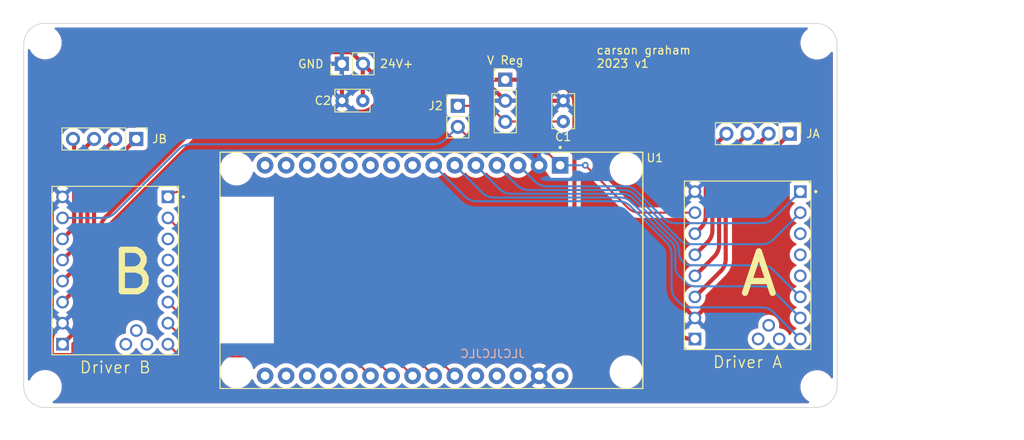
<source format=kicad_pcb>
(kicad_pcb (version 20211014) (generator pcbnew)
  (layers (0 "F.Cu" signal) (31 "B.Cu" signal) (34 "B.Paste" user) (35 "F.Paste" user) (36 "B.SilkS" user "B.Silkscreen") (37 "F.SilkS" user "F.Silkscreen") (38 "B.Mask" user) (39 "F.Mask" user) (44 "Edge.Cuts" user))
  (net 0 "")
  (net 1 "+3V3")
  (net 2 "GND")
  (net 15 "+24V")
  (net 16 "Net-(U2-Pad3)")
  (net 17 "DIR_A")
  (net 18 "STEP_A")
  (net 19 "MS2_A")
  (net 20 "MS1_A")
  (net 21 "EN_A")
  (net 22 "DIR_B")
  (net 23 "STEP_B")
  (net 24 "MS2_B")
  (net 25 "MS1_B")
  (net 26 "EN_B")
  (net 42 "Net-(JB1-Pad1)")
  (net 43 "Net-(UA_0-PadJP2_6)")
  (net 44 "Net-(UA_0-PadJP2_5)")
  (net 45 "Net-(UB_0-PadJP2_5)")
  (net 46 "Net-(UB_0-PadJP2_6)")
  (net 47 "Net-(UB_0-PadJP2_4)")
  (net 48 "Net-(UA_0-PadJP2_3)")
  (net 49 "Net-(UA_0-PadJP2_4)")
  (footprint "kicad_lib:MODULE_TMC2208_SILENTSTEPSTICK" (layer "F.Cu") (at 207.391 99.441)
    (fp_text reference "Driver A" (at 0 11.684) (layer "F.SilkS") (effects (font (size 1.4 1.4))))
    (fp_text value "TMC2208_SILENTSTEPSTICK")
    (fp_line (start 7.62 -10.16) (end -7.62 -10.16) (layer "F.SilkS") (width 0.127))
    (fp_line (start 7.62 10.16) (end 7.62 -10.16) (layer "F.SilkS") (width 0.127))
    (fp_line (start -7.62 -10.16) (end -7.62 10.16) (layer "F.SilkS") (width 0.127))
    (fp_line (start -7.62 10.16) (end 7.62 10.16) (layer "F.SilkS") (width 0.127))
    (fp_circle (center 8.21 -8.89) (end 8.31 -8.89) (layer "F.SilkS") (width 0.2) (fill none))
    (pad "JP1_1" thru_hole rect locked (at 6.35 -8.89) (size 1.524 1.524) (drill 1.016) (layers *.Cu *.Mask) (net 17 "DIR_A"))
    (pad "JP1_2" thru_hole circle locked (at 6.35 -6.35) (size 1.524 1.524) (drill 1.016) (layers *.Cu *.Mask) (net 18 "STEP_A"))
    (pad "JP1_3" thru_hole circle locked (at 6.35 -3.81) (size 1.524 1.524) (drill 1.016) (layers *.Cu *.Mask))
    (pad "JP1_4" thru_hole circle locked (at 6.35 -1.27) (size 1.524 1.524) (drill 1.016) (layers *.Cu *.Mask))
    (pad "JP1_5" thru_hole circle locked (at 6.35 1.27) (size 1.524 1.524) (drill 1.016) (layers *.Cu *.Mask))
    (pad "JP1_6" thru_hole circle locked (at 6.35 3.81) (size 1.524 1.524) (drill 1.016) (layers *.Cu *.Mask) (net 19 "MS2_A"))
    (pad "JP1_7" thru_hole circle locked (at 6.35 6.35) (size 1.524 1.524) (drill 1.016) (layers *.Cu *.Mask) (net 20 "MS1_A"))
    (pad "JP1_8" thru_hole circle locked (at 6.35 8.89) (size 1.524 1.524) (drill 1.016) (layers *.Cu *.Mask) (net 21 "EN_A"))
    (pad "JP2_1" thru_hole rect locked (at -6.35 8.89) (size 1.524 1.524) (drill 1.016) (layers *.Cu *.Mask) (net 15 "+24V"))
    (pad "JP2_2" thru_hole circle locked (at -6.35 6.35) (size 1.524 1.524) (drill 1.016) (layers *.Cu *.Mask) (net 2 "GND"))
    (pad "JP2_3" thru_hole circle locked (at -6.35 3.81) (size 1.524 1.524) (drill 1.016) (layers *.Cu *.Mask) (net 48 "Net-(UA_0-PadJP2_3)"))
    (pad "JP2_4" thru_hole circle locked (at -6.35 1.27) (size 1.524 1.524) (drill 1.016) (layers *.Cu *.Mask) (net 49 "Net-(UA_0-PadJP2_4)"))
    (pad "JP2_5" thru_hole circle locked (at -6.35 -1.27) (size 1.524 1.524) (drill 1.016) (layers *.Cu *.Mask) (net 44 "Net-(UA_0-PadJP2_5)"))
    (pad "JP2_6" thru_hole circle locked (at -6.35 -3.81) (size 1.524 1.524) (drill 1.016) (layers *.Cu *.Mask) (net 43 "Net-(UA_0-PadJP2_6)"))
    (pad "JP2_7" thru_hole circle locked (at -6.35 -6.35) (size 1.524 1.524) (drill 1.016) (layers *.Cu *.Mask) (net 1 "+3V3"))
    (pad "JP2_8" thru_hole circle locked (at -6.35 -8.89) (size 1.524 1.524) (drill 1.016) (layers *.Cu *.Mask) (net 2 "GND"))
    (pad "JP3_1" thru_hole circle locked (at 1.27 8.89) (size 1.524 1.524) (drill 1.016) (layers *.Cu *.Mask))
    (pad "JP3_2" thru_hole circle locked (at 3.81 8.89) (size 1.524 1.524) (drill 1.016) (layers *.Cu *.Mask))
    (pad "VREF" thru_hole circle locked (at 2.54 7.239) (size 1.524 1.524) (drill 1.016) (layers *.Cu *.Mask))
  )
  (footprint "Capacitor_THT:C_Rect_L4.0mm_W2.5mm_P2.50mm" (layer "F.Cu") (at 161.0235 79.576 180)
    (fp_text reference "C2" (at 4.8135 0) (layer "F.SilkS"))
    (fp_text value "22uF")
    (fp_line (start -0.87 -1.37) (end 3.37 -1.37) (layer "F.SilkS") (width 0.12))
    (fp_line (start 3.37 -1.37) (end 3.37 -0.665) (layer "F.SilkS") (width 0.12))
    (fp_line (start -0.87 -1.37) (end -0.87 -0.665) (layer "F.SilkS") (width 0.12))
    (fp_line (start -0.87 0.665) (end -0.87 1.37) (layer "F.SilkS") (width 0.12))
    (fp_line (start 3.37 0.665) (end 3.37 1.37) (layer "F.SilkS") (width 0.12))
    (fp_line (start -0.87 1.37) (end 3.37 1.37) (layer "F.SilkS") (width 0.12))
    (pad "1" thru_hole circle (at 0 0 180) (size 1.6 1.6) (drill 0.8) (layers *.Cu *.Mask) (net 15 "+24V"))
    (pad "2" thru_hole circle (at 2.5 0 180) (size 1.6 1.6) (drill 0.8) (layers *.Cu *.Mask) (net 2 "GND"))
  )
  (footprint "" (layer "F.Cu") (at 215.765 72.615)
    (fp_text reference "" (at 0 0) (layer "F.SilkS") (effects (font (size 1.27 1.27))))
    (fp_text value "" (at 0 0) (layer "F.SilkS") (effects (font (size 1.27 1.27))))
    (pad "" np_thru_hole circle locked (at 0 0 270) (size 3 3) (drill 3) (layers F&B.Cu *.Mask))
  )
  (footprint "Connector_PinHeader_2.54mm:PinHeader_1x04_P2.54mm_Vertical" (layer "F.Cu") (at 133.721 84.201 -90)
    (fp_text reference "JB" (at 0 -2.804 180) (layer "F.SilkS"))
    (fp_text value "Conn_01x04")
    (fp_line (start -1.33 1.27) (end 1.33 1.27) (layer "F.SilkS") (width 0.12))
    (fp_line (start -1.33 1.27) (end -1.33 8.95) (layer "F.SilkS") (width 0.12))
    (fp_line (start -1.33 8.95) (end 1.33 8.95) (layer "F.SilkS") (width 0.12))
    (fp_line (start -1.33 -1.33) (end 0 -1.33) (layer "F.SilkS") (width 0.12))
    (fp_line (start -1.33 0) (end -1.33 -1.33) (layer "F.SilkS") (width 0.12))
    (fp_line (start 1.33 1.27) (end 1.33 8.95) (layer "F.SilkS") (width 0.12))
    (pad "1" thru_hole rect (at 0 0 270) (size 1.7 1.7) (drill 1) (layers *.Cu *.Mask) (net 42 "Net-(JB1-Pad1)"))
    (pad "2" thru_hole oval (at 0 2.54 270) (size 1.7 1.7) (drill 1) (layers *.Cu *.Mask) (net 47 "Net-(UB_0-PadJP2_4)"))
    (pad "3" thru_hole oval (at 0 5.08 270) (size 1.7 1.7) (drill 1) (layers *.Cu *.Mask) (net 45 "Net-(UB_0-PadJP2_5)"))
    (pad "4" thru_hole oval (at 0 7.62 270) (size 1.7 1.7) (drill 1) (layers *.Cu *.Mask) (net 46 "Net-(UB_0-PadJP2_6)"))
  )
  (footprint "Connector_PinHeader_2.54mm:PinHeader_1x02_P2.54mm_Vertical" (layer "F.Cu") (at 158.5035 75.131 90)
    (fp_text reference "24V+" (at 0 6.5965 180) (layer "F.SilkS"))
    (fp_text value "Conn_01x02")
    (fp_line (start 1.33 1.27) (end 1.33 3.87) (layer "F.SilkS") (width 0.12))
    (fp_line (start -1.33 -1.33) (end 0 -1.33) (layer "F.SilkS") (width 0.12))
    (fp_line (start -1.33 0) (end -1.33 -1.33) (layer "F.SilkS") (width 0.12))
    (fp_line (start -1.33 1.27) (end 1.33 1.27) (layer "F.SilkS") (width 0.12))
    (fp_line (start -1.33 3.87) (end 1.33 3.87) (layer "F.SilkS") (width 0.12))
    (fp_line (start -1.33 1.27) (end -1.33 3.87) (layer "F.SilkS") (width 0.12))
    (pad "1" thru_hole rect (at 0 0 90) (size 1.7 1.7) (drill 1) (layers *.Cu *.Mask) (net 2 "GND"))
    (pad "2" thru_hole oval (at 0 2.54 90) (size 1.7 1.7) (drill 1) (layers *.Cu *.Mask) (net 15 "+24V"))
  )
  (footprint "Connector_PinHeader_2.54mm:PinHeader_1x02_P2.54mm_Vertical" (layer "F.Cu") (at 172.4735 80.206)
    (fp_text reference "J2" (at -2.6745 0) (layer "F.SilkS"))
    (fp_text value "Jumper_2_Open")
    (fp_line (start 1.33 1.27) (end 1.33 3.87) (layer "F.SilkS") (width 0.12))
    (fp_line (start -1.33 0) (end -1.33 -1.33) (layer "F.SilkS") (width 0.12))
    (fp_line (start -1.33 1.27) (end -1.33 3.87) (layer "F.SilkS") (width 0.12))
    (fp_line (start -1.33 -1.33) (end 0 -1.33) (layer "F.SilkS") (width 0.12))
    (fp_line (start -1.33 1.27) (end 1.33 1.27) (layer "F.SilkS") (width 0.12))
    (fp_line (start -1.33 3.87) (end 1.33 3.87) (layer "F.SilkS") (width 0.12))
    (pad "1" thru_hole rect (at 0 0) (size 1.7 1.7) (drill 1) (layers *.Cu *.Mask) (net 16 "Net-(U2-Pad3)"))
    (pad "2" thru_hole oval (at 0 2.54) (size 1.7 1.7) (drill 1) (layers *.Cu *.Mask) (net 1 "+3V3"))
  )
  (footprint "" (layer "F.Cu") (at 215.755 114.105)
    (fp_text reference "" (at 0 0) (layer "F.SilkS") (effects (font (size 1.27 1.27))))
    (fp_text value "" (at 0 0) (layer "F.SilkS") (effects (font (size 1.27 1.27))))
    (pad "" np_thru_hole circle locked (at 0 0 270) (size 3 3) (drill 3) (layers F&B.Cu *.Mask))
  )
  (footprint "Connector_PinHeader_2.54mm:PinHeader_1x03_P2.54mm_Vertical" (layer "F.Cu") (at 178.1885 77.051)
    (fp_text reference "V Reg" (at 0 -2.33) (layer "F.SilkS"))
    (fp_text value "Conn_01x03")
    (fp_line (start 1.33 1.27) (end 1.33 6.41) (layer "F.SilkS") (width 0.12))
    (fp_line (start -1.33 0) (end -1.33 -1.33) (layer "F.SilkS") (width 0.12))
    (fp_line (start -1.33 1.27) (end 1.33 1.27) (layer "F.SilkS") (width 0.12))
    (fp_line (start -1.33 -1.33) (end 0 -1.33) (layer "F.SilkS") (width 0.12))
    (fp_line (start -1.33 6.41) (end 1.33 6.41) (layer "F.SilkS") (width 0.12))
    (fp_line (start -1.33 1.27) (end -1.33 6.41) (layer "F.SilkS") (width 0.12))
    (pad "1" thru_hole rect (at 0 0) (size 1.7 1.7) (drill 1) (layers *.Cu *.Mask) (net 15 "+24V"))
    (pad "2" thru_hole oval (at 0 2.54) (size 1.7 1.7) (drill 1) (layers *.Cu *.Mask) (net 2 "GND"))
    (pad "3" thru_hole oval (at 0 5.08) (size 1.7 1.7) (drill 1) (layers *.Cu *.Mask) (net 16 "Net-(U2-Pad3)"))
  )
  (footprint "" (layer "F.Cu") (at 122.735 72.595)
    (fp_text reference "" (at 0 0) (layer "F.SilkS") (effects (font (size 1.27 1.27))))
    (fp_text value "" (at 0 0) (layer "F.SilkS") (effects (font (size 1.27 1.27))))
    (pad "" np_thru_hole circle locked (at 0 0 270) (size 3 3) (drill 3) (layers F&B.Cu *.Mask))
  )
  (footprint "kicad_lib:MODULE_TMC2208_SILENTSTEPSTICK" (layer "F.Cu") (at 131.191 100.076)
    (fp_text reference "Driver B" (at 0 11.684) (layer "F.SilkS") (effects (font (size 1.4 1.4))))
    (fp_text value "TMC2208_SILENTSTEPSTICK")
    (fp_line (start -7.62 -10.16) (end -7.62 10.16) (layer "F.SilkS") (width 0.127))
    (fp_line (start 7.62 -10.16) (end -7.62 -10.16) (layer "F.SilkS") (width 0.127))
    (fp_line (start -7.62 10.16) (end 7.62 10.16) (layer "F.SilkS") (width 0.127))
    (fp_line (start 7.62 10.16) (end 7.62 -10.16) (layer "F.SilkS") (width 0.127))
    (fp_circle (center 8.21 -8.89) (end 8.31 -8.89) (layer "F.SilkS") (width 0.2) (fill none))
    (pad "JP1_1" thru_hole rect locked (at 6.35 -8.89) (size 1.524 1.524) (drill 1.016) (layers *.Cu *.Mask) (net 22 "DIR_B"))
    (pad "JP1_2" thru_hole circle locked (at 6.35 -6.35) (size 1.524 1.524) (drill 1.016) (layers *.Cu *.Mask) (net 23 "STEP_B"))
    (pad "JP1_3" thru_hole circle locked (at 6.35 -3.81) (size 1.524 1.524) (drill 1.016) (layers *.Cu *.Mask))
    (pad "JP1_4" thru_hole circle locked (at 6.35 -1.27) (size 1.524 1.524) (drill 1.016) (layers *.Cu *.Mask))
    (pad "JP1_5" thru_hole circle locked (at 6.35 1.27) (size 1.524 1.524) (drill 1.016) (layers *.Cu *.Mask))
    (pad "JP1_6" thru_hole circle locked (at 6.35 3.81) (size 1.524 1.524) (drill 1.016) (layers *.Cu *.Mask) (net 24 "MS2_B"))
    (pad "JP1_7" thru_hole circle locked (at 6.35 6.35) (size 1.524 1.524) (drill 1.016) (layers *.Cu *.Mask) (net 25 "MS1_B"))
    (pad "JP1_8" thru_hole circle locked (at 6.35 8.89) (size 1.524 1.524) (drill 1.016) (layers *.Cu *.Mask) (net 26 "EN_B"))
    (pad "JP2_1" thru_hole rect locked (at -6.35 8.89) (size 1.524 1.524) (drill 1.016) (layers *.Cu *.Mask) (net 15 "+24V"))
    (pad "JP2_2" thru_hole circle locked (at -6.35 6.35) (size 1.524 1.524) (drill 1.016) (layers *.Cu *.Mask) (net 2 "GND"))
    (pad "JP2_3" thru_hole circle locked (at -6.35 3.81) (size 1.524 1.524) (drill 1.016) (layers *.Cu *.Mask) (net 42 "Net-(JB1-Pad1)"))
    (pad "JP2_4" thru_hole circle locked (at -6.35 1.27) (size 1.524 1.524) (drill 1.016) (layers *.Cu *.Mask) (net 47 "Net-(UB_0-PadJP2_4)"))
    (pad "JP2_5" thru_hole circle locked (at -6.35 -1.27) (size 1.524 1.524) (drill 1.016) (layers *.Cu *.Mask) (net 45 "Net-(UB_0-PadJP2_5)"))
    (pad "JP2_6" thru_hole circle locked (at -6.35 -3.81) (size 1.524 1.524) (drill 1.016) (layers *.Cu *.Mask) (net 46 "Net-(UB_0-PadJP2_6)"))
    (pad "JP2_7" thru_hole circle locked (at -6.35 -6.35) (size 1.524 1.524) (drill 1.016) (layers *.Cu *.Mask) (net 1 "+3V3"))
    (pad "JP2_8" thru_hole circle locked (at -6.35 -8.89) (size 1.524 1.524) (drill 1.016) (layers *.Cu *.Mask) (net 2 "GND"))
    (pad "JP3_1" thru_hole circle locked (at 1.27 8.89) (size 1.524 1.524) (drill 1.016) (layers *.Cu *.Mask))
    (pad "JP3_2" thru_hole circle locked (at 3.81 8.89) (size 1.524 1.524) (drill 1.016) (layers *.Cu *.Mask))
    (pad "VREF" thru_hole circle locked (at 2.54 7.239) (size 1.524 1.524) (drill 1.016) (layers *.Cu *.Mask))
  )
  (footprint "Connector_PinHeader_2.54mm:PinHeader_1x04_P2.54mm_Vertical" (layer "F.Cu") (at 212.461 83.566 -90)
    (fp_text reference "JA" (at 0 -2.804 180) (layer "F.SilkS"))
    (fp_text value "Conn_01x04")
    (fp_line (start -1.33 -1.33) (end 0 -1.33) (layer "F.SilkS") (width 0.12))
    (fp_line (start -1.33 8.95) (end 1.33 8.95) (layer "F.SilkS") (width 0.12))
    (fp_line (start -1.33 0) (end -1.33 -1.33) (layer "F.SilkS") (width 0.12))
    (fp_line (start -1.33 1.27) (end 1.33 1.27) (layer "F.SilkS") (width 0.12))
    (fp_line (start 1.33 1.27) (end 1.33 8.95) (layer "F.SilkS") (width 0.12))
    (fp_line (start -1.33 1.27) (end -1.33 8.95) (layer "F.SilkS") (width 0.12))
    (pad "1" thru_hole rect (at 0 0 270) (size 1.7 1.7) (drill 1) (layers *.Cu *.Mask) (net 48 "Net-(UA_0-PadJP2_3)"))
    (pad "2" thru_hole oval (at 0 2.54 270) (size 1.7 1.7) (drill 1) (layers *.Cu *.Mask) (net 49 "Net-(UA_0-PadJP2_4)"))
    (pad "3" thru_hole oval (at 0 5.08 270) (size 1.7 1.7) (drill 1) (layers *.Cu *.Mask) (net 44 "Net-(UA_0-PadJP2_5)"))
    (pad "4" thru_hole oval (at 0 7.62 270) (size 1.7 1.7) (drill 1) (layers *.Cu *.Mask) (net 43 "Net-(UA_0-PadJP2_6)"))
  )
  (footprint "kicad_lib:MODULE_ESP32_DEVKIT_V1" (layer "F.Cu") (at 169.291 100.076 -90)
    (fp_text reference "U1" (at -13.589 -26.924 180) (layer "F.SilkS"))
    (fp_text value "ESP32-DEVKIT-V1")
    (fp_line (start -3.211 -25.475) (end 3.5 -25.475) (layer "F.SilkS") (width 0.127))
    (fp_line (start 14.23 -25.475) (end 14.23 25.475) (layer "F.SilkS") (width 0.127))
    (fp_line (start -14.28 -25.475) (end -3.211 -25.475) (layer "F.SilkS") (width 0.127))
    (fp_line (start -14.28 25.475) (end -14.28 -25.475) (layer "F.SilkS") (width 0.127))
    (fp_line (start -14.28 -25.475) (end 14.23 -25.475) (layer "F.SilkS") (width 0.127))
    (fp_line (start -14.28 25.475) (end -14.28 -25.475) (layer "F.SilkS") (width 0.127))
    (fp_line (start 14.23 25.475) (end -14.28 25.475) (layer "F.SilkS") (width 0.127))
    (fp_line (start 14.23 -25.475) (end 14.23 25.475) (layer "F.SilkS") (width 0.127))
    (fp_line (start -8.91 25.475) (end 8.78 25.475) (layer "F.SilkS") (width 0.127))
    (fp_line (start 8.78 25.475) (end 14.23 25.475) (layer "F.SilkS") (width 0.127))
    (fp_line (start -14.28 25.475) (end -8.91 25.475) (layer "F.SilkS") (width 0.127))
    (fp_line (start 3.5 -25.475) (end 14.23 -25.475) (layer "F.SilkS") (width 0.127))
    (fp_circle (center -14.85 -15.515) (end -14.75 -15.515) (layer "F.SilkS") (width 0.2) (fill none))
    (pad "" np_thru_hole circle locked (at 12.23 -23.475 270) (size 3 3) (drill 3) (layers *.Cu *.Mask))
    (pad "" np_thru_hole circle locked (at -12.28 23.475 270) (size 3 3) (drill 3) (layers *.Cu *.Mask))
    (pad "" np_thru_hole circle locked (at 12.23 23.475 270) (size 3 3) (drill 3) (layers *.Cu *.Mask))
    (pad "" np_thru_hole circle locked (at -12.28 -23.475 270) (size 3 3) (drill 3) (layers *.Cu *.Mask))
    (pad "1" thru_hole rect locked (at -12.7 -15.515 270) (size 2 2) (drill 1.02) (layers *.Cu *.Mask) (net 1 "+3V3"))
    (pad "2" thru_hole circle locked (at -12.7 -12.975 270) (size 2 2) (drill 1.02) (layers *.Cu *.Mask) (net 2 "GND"))
    (pad "3" thru_hole circle locked (at -12.7 -10.435 270) (size 2 2) (drill 1.02) (layers *.Cu *.Mask) (net 17 "DIR_A"))
    (pad "4" thru_hole circle locked (at -12.7 -7.895 270) (size 2 2) (drill 1.02) (layers *.Cu *.Mask) (net 18 "STEP_A"))
    (pad "5" thru_hole circle locked (at -12.7 -5.355 270) (size 2 2) (drill 1.02) (layers *.Cu *.Mask) (net 19 "MS2_A"))
    (pad "6" thru_hole circle locked (at -12.7 -2.815 270) (size 2 2) (drill 1.02) (layers *.Cu *.Mask) (net 20 "MS1_A"))
    (pad "7" thru_hole circle locked (at -12.7 -0.275 270) (size 2 2) (drill 1.02) (layers *.Cu *.Mask) (net 21 "EN_A"))
    (pad "8" thru_hole circle locked (at -12.7 2.265 270) (size 2 2) (drill 1.02) (layers *.Cu *.Mask))
    (pad "9" thru_hole circle locked (at -12.7 4.805 270) (size 2 2) (drill 1.02) (layers *.Cu *.Mask))
    (pad "10" thru_hole circle locked (at -12.7 7.345 270) (size 2 2) (drill 1.02) (layers *.Cu *.Mask))
    (pad "11" thru_hole circle locked (at -12.7 9.885 270) (size 2 2) (drill 1.02) (layers *.Cu *.Mask))
    (pad "12" thru_hole circle locked (at -12.7 12.425 270) (size 2 2) (drill 1.02) (layers *.Cu *.Mask))
    (pad "13" thru_hole circle locked (at -12.7 14.965 270) (size 2 2) (drill 1.02) (layers *.Cu *.Mask))
    (pad "14" thru_hole circle locked (at -12.7 17.505 270) (size 2 2) (drill 1.02) (layers *.Cu *.Mask))
    (pad "15" thru_hole circle locked (at -12.7 20.045 270) (size 2 2) (drill 1.02) (layers *.Cu *.Mask))
    (pad "16" thru_hole circle locked (at 12.7 20.045 270) (size 2 2) (drill 1.02) (layers *.Cu *.Mask))
    (pad "17" thru_hole circle locked (at 12.7 17.505 270) (size 2 2) (drill 1.02) (layers *.Cu *.Mask))
    (pad "18" thru_hole circle locked (at 12.7 14.965 270) (size 2 2) (drill 1.02) (layers *.Cu *.Mask))
    (pad "19" thru_hole circle locked (at 12.7 12.425 270) (size 2 2) (drill 1.02) (layers *.Cu *.Mask))
    (pad "20" thru_hole circle locked (at 12.7 9.885 270) (size 2 2) (drill 1.02) (layers *.Cu *.Mask))
    (pad "21" thru_hole circle locked (at 12.7 7.345 270) (size 2 2) (drill 1.02) (layers *.Cu *.Mask) (net 26 "EN_B"))
    (pad "22" thru_hole circle locked (at 12.7 4.805 270) (size 2 2) (drill 1.02) (layers *.Cu *.Mask) (net 25 "MS1_B"))
    (pad "23" thru_hole circle locked (at 12.7 2.265 270) (size 2 2) (drill 1.02) (layers *.Cu *.Mask) (net 24 "MS2_B"))
    (pad "24" thru_hole circle locked (at 12.7 -0.275 270) (size 2 2) (drill 1.02) (layers *.Cu *.Mask) (net 23 "STEP_B"))
    (pad "25" thru_hole circle locked (at 12.7 -2.815 270) (size 2 2) (drill 1.02) (layers *.Cu *.Mask) (net 22 "DIR_B"))
    (pad "26" thru_hole circle locked (at 12.7 -5.355 270) (size 2 2) (drill 1.02) (layers *.Cu *.Mask))
    (pad "27" thru_hole circle locked (at 12.7 -7.895 270) (size 2 2) (drill 1.02) (layers *.Cu *.Mask))
    (pad "28" thru_hole circle locked (at 12.7 -10.435 270) (size 2 2) (drill 1.02) (layers *.Cu *.Mask))
    (pad "29" thru_hole circle locked (at 12.7 -12.975 270) (size 2 2) (drill 1.02) (layers *.Cu *.Mask) (net 2 "GND"))
    (pad "30" thru_hole circle locked (at 12.7 -15.515 270) (size 2 2) (drill 1.02) (layers *.Cu *.Mask))
    (zone (net 0) (net_name "") (layer "F.Cu") (connect_pads (clearance 0)) (min_thickness 0.01)
      (keepout (tracks not_allowed) (vias not_allowed) (pads not_allowed) (copperpour not_allowed) (footprints allowed))
      (fill (thermal_gap 0.508) (thermal_bridge_width 0.508))
      (polygon (pts (xy 150.306 91.166) (xy 150.306 108.856) (xy 143.816 108.856) (xy 143.816 91.166)))
    )
    (zone (net 0) (net_name "") (layer "B.Cu") (connect_pads (clearance 0)) (min_thickness 0.01)
      (keepout (tracks not_allowed) (vias not_allowed) (pads not_allowed) (copperpour not_allowed) (footprints allowed))
      (fill (thermal_gap 0.508) (thermal_bridge_width 0.508))
      (polygon (pts (xy 150.306 91.166) (xy 150.306 108.856) (xy 143.816 108.856) (xy 143.816 91.166)))
    )
  )
  (footprint "" (layer "F.Cu") (at 122.745 114.085)
    (fp_text reference "" (at 0 0) (layer "F.SilkS") (effects (font (size 1.27 1.27))))
    (fp_text value "" (at 0 0) (layer "F.SilkS") (effects (font (size 1.27 1.27))))
    (pad "" np_thru_hole circle locked (at 0 0 270) (size 3 3) (drill 3) (layers F&B.Cu *.Mask))
  )
  (footprint "Capacitor_THT:C_Rect_L4.0mm_W2.5mm_P2.50mm" (layer "F.Cu") (at 185.1735 82.096 90)
    (fp_text reference "C1" (at -1.851 0 180) (layer "F.SilkS"))
    (fp_text value "10uF")
    (fp_line (start -0.87 1.37) (end 3.37 1.37) (layer "F.SilkS") (width 0.12))
    (fp_line (start 3.37 -1.37) (end 3.37 -0.665) (layer "F.SilkS") (width 0.12))
    (fp_line (start -0.87 0.665) (end -0.87 1.37) (layer "F.SilkS") (width 0.12))
    (fp_line (start -0.87 -1.37) (end 3.37 -1.37) (layer "F.SilkS") (width 0.12))
    (fp_line (start -0.87 -1.37) (end -0.87 -0.665) (layer "F.SilkS") (width 0.12))
    (fp_line (start 3.37 0.665) (end 3.37 1.37) (layer "F.SilkS") (width 0.12))
    (pad "1" thru_hole circle (at 0 0 90) (size 1.6 1.6) (drill 0.8) (layers *.Cu *.Mask) (net 16 "Net-(U2-Pad3)"))
    (pad "2" thru_hole circle (at 2.5 0 90) (size 1.6 1.6) (drill 0.8) (layers *.Cu *.Mask) (net 2 "GND"))
  )
  (gr_poly (pts (xy 184.295 89.895) (xy 180.265 89.395) (xy 182.195 87.325) (xy 182.335 87.295)) (layer "F.Cu") (width 0.2) (fill solid))
  (gr_poly (pts (xy 183.035 87.025) (xy 182.065 87.435) (xy 180.975 86.045) (xy 182.015 85.775)) (layer "F.Cu") (width 0.2) (fill solid))
  (gr_arc (start 122.700051 116.586) (mid 120.904 115.842051) (end 120.160051 114.046) (layer "Edge.Cuts") (width 0.1))
  (gr_arc (start 218.186 114.046) (mid 217.442051 115.842051) (end 215.646 116.586) (layer "Edge.Cuts") (width 0.1))
  (gr_arc (start 120.160051 72.789051) (mid 120.904 70.993) (end 122.700051 70.249051) (layer "Edge.Cuts") (width 0.1))
  (gr_line (start 218.167949 72.789051) (end 218.186 114.046) (layer "Edge.Cuts") (width 0.1))
  (gr_arc (start 215.627949 70.249051) (mid 217.424 70.993) (end 218.167949 72.789051) (layer "Edge.Cuts") (width 0.1))
  (gr_line (start 122.700051 70.249051) (end 215.627949 70.249051) (layer "Edge.Cuts") (width 0.1))
  (gr_line (start 120.160051 72.789051) (end 120.160051 114.046) (layer "Edge.Cuts") (width 0.1))
  (gr_line (start 122.700051 116.586) (end 215.646 116.586) (layer "Edge.Cuts") (width 0.1))
  (gr_text "JLCJLCJLC" (at 176.657 110.109) (layer "B.SilkS") (effects (font (size 1 1)) (justify mirror)))
  (gr_text "A\n" (at 208.745 100.495) (layer "F.SilkS") (effects (font (size 5 5) (thickness 0.75))))
  (gr_text "GND" (at 154.7622 75.1586) (layer "F.SilkS") (effects (font (size 1 1))))
  (gr_text "carson graham\n2023 v1" (at 189.103 74.295) (layer "F.SilkS") (effects (font (size 1 1)) (justify left)))
  (gr_text "B" (at 133.295 100.295) (layer "F.SilkS") (effects (font (size 5 5) (thickness 0.75))))
  (segment (start 187.833 87.376) (end 192.962214 92.505214) (width 0.25) (layer "F.Cu") (net 1))
  (segment (start 172.4735 82.746) (end 173.977714 84.250214) (width 0.25) (layer "F.Cu") (net 1))
  (segment (start 175.391927 84.836) (end 181.437573 84.836) (width 0.25) (layer "F.Cu") (net 1))
  (segment (start 194.376427 93.091) (end 201.041 93.091) (width 0.25) (layer "F.Cu") (net 1))
  (segment (start 182.851787 85.421787) (end 184.806 87.376) (width 0.25) (layer "F.Cu") (net 1))
  (via (at 187.833 87.376) (size 0.8) (drill 0.4) (layers "F.Cu" "B.Cu") (net 1))
  (arc (start 175.391927 84.836) (mid 174.62656 84.683759) (end 173.977714 84.250214) (width 0.25) (layer "F.Cu") (net 1))
  (arc (start 181.437573 84.836) (mid 182.20294 84.988241) (end 182.851787 85.421787) (width 0.25) (layer "F.Cu") (net 1))
  (arc (start 194.376427 93.091) (mid 193.61106 92.938759) (end 192.962214 92.505214) (width 0.25) (layer "F.Cu") (net 1))
  (segment (start 140.274427 84.836) (end 169.555073 84.836) (width 0.25) (layer "B.Cu") (net 1))
  (segment (start 170.969287 84.250213) (end 172.4735 82.746) (width 0.25) (layer "B.Cu") (net 1))
  (segment (start 131.141787 93.140213) (end 138.860214 85.421786) (width 0.25) (layer "B.Cu") (net 1))
  (segment (start 184.806 87.376) (end 187.833 87.376) (width 0.25) (layer "B.Cu") (net 1))
  (segment (start 124.841 93.726) (end 129.727573 93.726) (width 0.25) (layer "B.Cu") (net 1))
  (arc (start 129.727573 93.726) (mid 130.49294 93.573759) (end 131.141787 93.140213) (width 0.25) (layer "B.Cu") (net 1))
  (arc (start 169.555073 84.836) (mid 170.32044 84.683759) (end 170.969287 84.250213) (width 0.25) (layer "B.Cu") (net 1))
  (arc (start 140.274427 84.836) (mid 139.50906 84.988241) (end 138.860214 85.421786) (width 0.25) (layer "B.Cu") (net 1))
  (segment (start 123.529 108.566427) (end 123.529 110.278) (width 0.5) (layer "F.Cu") (net 2))
  (segment (start 123.529 93.326427) (end 123.529 104.285573) (width 0.5) (layer "F.Cu") (net 2))
  (segment (start 124.114787 105.699787) (end 124.841 106.426) (width 0.5) (layer "F.Cu") (net 2))
  (segment (start 123.529 110.278) (end 126.153 110.278) (width 0.5) (layer "F.Cu") (net 2))
  (segment (start 158.5235 79.576) (end 159.287714 80.340214) (width 0.5) (layer "F.Cu") (net 2))
  (segment (start 165.501927 77.851) (end 175.620073 77.851) (width 0.5) (layer "F.Cu") (net 2))
  (segment (start 124.841 91.186) (end 124.114786 91.912214) (width 0.5) (layer "F.Cu") (net 2))
  (segment (start 158.5235 75.151) (end 158.5035 75.131) (width 0.25) (layer "F.Cu") (net 2))
  (segment (start 185.1685 79.591) (end 185.1735 79.596) (width 0.5) (layer "F.Cu") (net 2))
  (segment (start 160.701927 80.926) (end 160.770073 80.926) (width 0.5) (layer "F.Cu") (net 2))
  (segment (start 177.034287 78.436787) (end 178.1885 79.591) (width 0.5) (layer "F.Cu") (net 2))
  (segment (start 124.841 106.426) (end 124.114786 107.152214) (width 0.5) (layer "F.Cu") (net 2))
  (segment (start 178.1885 79.591) (end 185.1685 79.591) (width 0.5) (layer "F.Cu") (net 2))
  (segment (start 158.5035 75.131) (end 158.5035 79.556) (width 0.5) (layer "F.Cu") (net 2))
  (segment (start 126.153 110.278) (end 126.153 108.924) (width 0.5) (layer "F.Cu") (net 2))
  (segment (start 162.184287 80.340213) (end 164.087714 78.436786) (width 0.5) (layer "F.Cu") (net 2))
  (segment (start 158.5035 79.556) (end 158.5235 79.576) (width 0.25) (layer "F.Cu") (net 2))
  (arc (start 124.114786 107.152214) (mid 123.681241 107.80106) (end 123.529 108.566427) (width 0.5) (layer "F.Cu") (net 2))
  (arc (start 123.529 93.326427) (mid 123.681241 92.56106) (end 124.114786 91.912214) (width 0.5) (layer "F.Cu") (net 2))
  (arc (start 160.701927 80.926) (mid 159.93656 80.773759) (end 159.287714 80.340214) (width 0.5) (layer "F.Cu") (net 2))
  (arc (start 160.770073 80.926) (mid 161.53544 80.773759) (end 162.184287 80.340213) (width 0.5) (layer "F.Cu") (net 2))
  (arc (start 124.114787 105.699787) (mid 123.681241 105.05094) (end 123.529 104.285573) (width 0.5) (layer "F.Cu") (net 2))
  (arc (start 177.034287 78.436787) (mid 176.38544 78.003241) (end 175.620073 77.851) (width 0.5) (layer "F.Cu") (net 2))
  (arc (start 164.087714 78.436786) (mid 164.73656 78.003241) (end 165.501927 77.851) (width 0.5) (layer "F.Cu") (net 2))
  (segment (start 182.266 83.331927) (end 182.266 87.376) (width 0.5) (layer "B.Cu") (net 2))
  (segment (start 185.1735 79.596) (end 182.851786 81.917714) (width 0.5) (layer "B.Cu") (net 2))
  (arc (start 182.266 83.331927) (mid 182.418241 82.56656) (end 182.851786 81.917714) (width 0.5) (layer "B.Cu") (net 2))
  (segment (start 130.023787 93.623213) (end 149.916 73.731) (width 0.5) (layer "F.Cu") (net 15))
  (segment (start 159.6435 73.731) (end 161.0435 75.131) (width 0.5) (layer "F.Cu") (net 15))
  (segment (start 124.841 108.966) (end 128.852214 104.954786) (width 0.5) (layer "F.Cu") (net 15))
  (segment (start 178.1885 77.051) (end 163.791927 77.051) (width 0.5) (layer "F.Cu") (net 15))
  (segment (start 199.185213 107.745213) (end 187.109286 95.669286) (width 0.5) (layer "F.Cu") (net 15))
  (segment (start 183.709262 77.051) (end 178.1885 77.051) (width 0.5) (layer "F.Cu") (net 15))
  (segment (start 185.937713 78.451024) (end 185.123475 77.636786) (width 0.5) (layer "F.Cu") (net 15))
  (segment (start 161.0235 79.576) (end 161.0235 75.151) (width 0.5) (layer "F.Cu") (net 15))
  (segment (start 201.041 108.331) (end 200.599427 108.331) (width 0.5) (layer "F.Cu") (net 15))
  (segment (start 161.0235 75.151) (end 161.0435 75.131) (width 0.5) (layer "F.Cu") (net 15))
  (segment (start 186.5235 94.255073) (end 186.5235 79.865238) (width 0.5) (layer "F.Cu") (net 15))
  (segment (start 129.438 103.540573) (end 129.438 95.037427) (width 0.5) (layer "F.Cu") (net 15))
  (segment (start 162.377713 76.465213) (end 161.0435 75.131) (width 0.5) (layer "F.Cu") (net 15))
  (segment (start 149.916 73.731) (end 159.6435 73.731) (width 0.5) (layer "F.Cu") (net 15))
  (arc (start 200.599427 108.331) (mid 199.83406 108.178759) (end 199.185213 107.745213) (width 0.5) (layer "F.Cu") (net 15))
  (arc (start 129.438 103.540573) (mid 129.285759 104.30594) (end 128.852214 104.954786) (width 0.5) (layer "F.Cu") (net 15))
  (arc (start 186.5235 94.255073) (mid 186.675741 95.02044) (end 187.109286 95.669286) (width 0.5) (layer "F.Cu") (net 15))
  (arc (start 186.5235 79.865238) (mid 186.371259 79.099871) (end 185.937713 78.451024) (width 0.5) (layer "F.Cu") (net 15))
  (arc (start 130.023787 93.623213) (mid 129.590241 94.27206) (end 129.438 95.037427) (width 0.5) (layer "F.Cu") (net 15))
  (arc (start 183.709262 77.051) (mid 184.474629 77.203241) (end 185.123475 77.636786) (width 0.5) (layer "F.Cu") (net 15))
  (arc (start 162.377713 76.465213) (mid 163.02656 76.898759) (end 163.791927 77.051) (width 0.5) (layer "F.Cu") (net 15))
  (segment (start 178.1885 82.131) (end 176.849286 80.791786) (width 0.25) (layer "F.Cu") (net 16))
  (segment (start 178.2235 82.096) (end 178.1885 82.131) (width 0.25) (layer "F.Cu") (net 16))
  (segment (start 185.1735 82.096) (end 178.2235 82.096) (width 0.25) (layer "F.Cu") (net 16))
  (segment (start 175.435073 80.206) (end 172.4735 80.206) (width 0.25) (layer "F.Cu") (net 16))
  (arc (start 176.849286 80.791786) (mid 176.20044 80.358241) (end 175.435073 80.206) (width 0.25) (layer "F.Cu") (net 16))
  (segment (start 209.102573 94.361) (end 198.694427 94.361) (width 0.25) (layer "B.Cu") (net 17))
  (segment (start 181.765213 89.330213) (end 179.811 87.376) (width 0.25) (layer "B.Cu") (net 17))
  (segment (start 197.280213 93.775213) (end 194.006786 90.501786) (width 0.25) (layer "B.Cu") (net 17))
  (segment (start 179.811 87.376) (end 179.726 87.376) (width 0.25) (layer "B.Cu") (net 17))
  (segment (start 192.592573 89.916) (end 183.179427 89.916) (width 0.25) (layer "B.Cu") (net 17))
  (segment (start 213.741 90.551) (end 210.516786 93.775214) (width 0.25) (layer "B.Cu") (net 17))
  (arc (start 210.516786 93.775214) (mid 209.86794 94.208759) (end 209.102573 94.361) (width 0.25) (layer "B.Cu") (net 17))
  (arc (start 192.592573 89.916) (mid 193.35794 90.068241) (end 194.006786 90.501786) (width 0.25) (layer "B.Cu") (net 17))
  (arc (start 183.179427 89.916) (mid 182.41406 89.763759) (end 181.765213 89.330213) (width 0.25) (layer "B.Cu") (net 17))
  (arc (start 198.694427 94.361) (mid 197.92906 94.208759) (end 197.280213 93.775213) (width 0.25) (layer "B.Cu") (net 17))
  (segment (start 192.406177 90.366) (end 181.004427 90.366) (width 0.25) (layer "B.Cu") (net 18))
  (segment (start 199.183817 96.315213) (end 193.82039 90.951786) (width 0.25) (layer "B.Cu") (net 18))
  (segment (start 209.102573 96.901) (end 200.598031 96.901) (width 0.25) (layer "B.Cu") (net 18))
  (segment (start 179.590213 89.780213) (end 177.186 87.376) (width 0.25) (layer "B.Cu") (net 18))
  (segment (start 213.741 93.091) (end 210.516786 96.315214) (width 0.25) (layer "B.Cu") (net 18))
  (arc (start 179.590213 89.780213) (mid 180.23906 90.213759) (end 181.004427 90.366) (width 0.25) (layer "B.Cu") (net 18))
  (arc (start 199.183817 96.315213) (mid 199.832664 96.748759) (end 200.598031 96.901) (width 0.25) (layer "B.Cu") (net 18))
  (arc (start 210.516786 96.315214) (mid 209.86794 96.748759) (end 209.102573 96.901) (width 0.25) (layer "B.Cu") (net 18))
  (arc (start 193.82039 90.951786) (mid 193.171544 90.518241) (end 192.406177 90.366) (width 0.25) (layer "B.Cu") (net 18))
  (segment (start 198.550213 96.318005) (end 193.633994 91.401786) (width 0.25) (layer "B.Cu") (net 19))
  (segment (start 178.270779 90.71212) (end 178.028791 90.611888) (width 0.25) (layer "B.Cu") (net 19))
  (segment (start 177.594155 90.32148) (end 177.500213 90.230213) (width 0.25) (layer "B.Cu") (net 19))
  (segment (start 193.332241 91.151087) (end 193.105408 91.020127) (width 0.25) (layer "B.Cu") (net 19))
  (segment (start 177.801955 90.480928) (end 177.594155 90.32148) (width 0.25) (layer "B.Cu") (net 19))
  (segment (start 178.914427 90.816) (end 178.783464 90.814092) (width 0.25) (layer "B.Cu") (net 19))
  (segment (start 178.028791 90.611888) (end 177.801955 90.480928) (width 0.25) (layer "B.Cu") (net 19))
  (segment (start 178.783464 90.814092) (end 178.52378 90.779908) (width 0.25) (layer "B.Cu") (net 19))
  (segment (start 178.52378 90.779908) (end 178.270779 90.71212) (width 0.25) (layer "B.Cu") (net 19))
  (segment (start 193.633994 91.401786) (end 193.540039 91.310533) (width 0.25) (layer "B.Cu") (net 19))
  (segment (start 192.610424 90.852107) (end 192.350742 90.817922) (width 0.25) (layer "B.Cu") (net 19))
  (segment (start 209.102573 99.441) (end 200.636 99.441) (width 0.25) (layer "B.Cu") (net 19))
  (segment (start 192.219781 90.816) (end 178.914427 90.816) (width 0.25) (layer "B.Cu") (net 19))
  (segment (start 192.863423 90.919896) (end 192.610424 90.852107) (width 0.25) (layer "B.Cu") (net 19))
  (segment (start 177.500213 90.230213) (end 174.646 87.376) (width 0.25) (layer "B.Cu") (net 19))
  (segment (start 213.741 103.251) (end 210.516786 100.026786) (width 0.25) (layer "B.Cu") (net 19))
  (segment (start 193.105408 91.020127) (end 192.863423 90.919896) (width 0.25) (layer "B.Cu") (net 19))
  (segment (start 193.540039 91.310533) (end 193.332241 91.151087) (width 0.25) (layer "B.Cu") (net 19))
  (segment (start 192.350742 90.817922) (end 192.219781 90.816) (width 0.25) (layer "B.Cu") (net 19))
  (segment (start 199.136 97.941) (end 199.136 97.732219) (width 0.25) (layer "B.Cu") (net 19))
  (arc (start 199.136 97.732219) (mid 198.983759 96.966852) (end 198.550213 96.318005) (width 0.25) (layer "B.Cu") (net 19))
  (arc (start 200.636 99.441) (mid 199.57534 99.00166) (end 199.136 97.941) (width 0.25) (layer "B.Cu") (net 19))
  (arc (start 209.102573 99.441) (mid 209.86794 99.593241) (end 210.516786 100.026786) (width 0.25) (layer "B.Cu") (net 19))
  (segment (start 192.033385 91.266) (end 176.824427 91.266) (width 0.25) (layer "B.Cu") (net 20))
  (segment (start 198.24666 96.650848) (end 193.447598 91.851786) (width 0.25) (layer "B.Cu") (net 20))
  (segment (start 199.96666 101.54166) (end 199.12534 100.70034) (width 0.25) (layer "B.Cu") (net 20))
  (segment (start 213.741 105.791) (end 210.516786 102.566786) (width 0.25) (layer "B.Cu") (net 20))
  (segment (start 209.102573 101.981) (end 201.02732 101.981) (width 0.25) (layer "B.Cu") (net 20))
  (segment (start 175.410213 90.680213) (end 172.106 87.376) (width 0.25) (layer "B.Cu") (net 20))
  (segment (start 198.686 99.63968) (end 198.686 97.711508) (width 0.25) (layer "B.Cu") (net 20))
  (arc (start 198.24666 96.650848) (mid 198.571819 97.137483) (end 198.686 97.711508) (width 0.25) (layer "B.Cu") (net 20))
  (arc (start 192.033385 91.266) (mid 192.798752 91.418241) (end 193.447598 91.851786) (width 0.25) (layer "B.Cu") (net 20))
  (arc (start 201.02732 101.981) (mid 200.453295 101.866819) (end 199.96666 101.54166) (width 0.25) (layer "B.Cu") (net 20))
  (arc (start 209.102573 101.981) (mid 209.86794 102.133241) (end 210.516786 102.566786) (width 0.25) (layer "B.Cu") (net 20))
  (arc (start 176.824427 91.266) (mid 176.05906 91.113759) (end 175.410213 90.680213) (width 0.25) (layer "B.Cu") (net 20))
  (arc (start 198.686 99.63968) (mid 198.800181 100.213705) (end 199.12534 100.70034) (width 0.25) (layer "B.Cu") (net 20))
  (segment (start 209.102573 104.521) (end 200.599427 104.521) (width 0.25) (layer "B.Cu") (net 21))
  (segment (start 199.185213 103.935213) (end 198.821786 103.571786) (width 0.25) (layer "B.Cu") (net 21))
  (segment (start 191.846989 91.716) (end 174.734427 91.716) (width 0.25) (layer "B.Cu") (net 21))
  (segment (start 173.320213 91.130213) (end 169.566 87.376) (width 0.25) (layer "B.Cu") (net 21))
  (segment (start 197.650213 96.690797) (end 193.261202 92.301786) (width 0.25) (layer "B.Cu") (net 21))
  (segment (start 213.741 108.331) (end 210.516786 105.106786) (width 0.25) (layer "B.Cu") (net 21))
  (segment (start 198.236 102.157573) (end 198.236 98.105011) (width 0.25) (layer "B.Cu") (net 21))
  (arc (start 200.599427 104.521) (mid 199.83406 104.368759) (end 199.185213 103.935213) (width 0.25) (layer "B.Cu") (net 21))
  (arc (start 174.734427 91.716) (mid 173.96906 91.563759) (end 173.320213 91.130213) (width 0.25) (layer "B.Cu") (net 21))
  (arc (start 198.236 102.157573) (mid 198.388241 102.92294) (end 198.821786 103.571786) (width 0.25) (layer "B.Cu") (net 21))
  (arc (start 191.846989 91.716) (mid 192.612356 91.868241) (end 193.261202 92.301786) (width 0.25) (layer "B.Cu") (net 21))
  (arc (start 209.102573 104.521) (mid 209.86794 104.673241) (end 210.516786 105.106786) (width 0.25) (layer "B.Cu") (net 21))
  (arc (start 198.236 98.105011) (mid 198.083759 97.339644) (end 197.650213 96.690797) (width 0.25) (layer "B.Cu") (net 21))
  (segment (start 151.511 92.551) (end 151.511 106.232573) (width 0.25) (layer "F.Cu") (net 22))
  (segment (start 168.546786 109.216786) (end 172.106 112.776) (width 0.25) (layer "F.Cu") (net 22))
  (segment (start 152.096787 107.646787) (end 152.495213 108.045213) (width 0.25) (layer "F.Cu") (net 22))
  (segment (start 137.541 91.186) (end 137.590214 91.136786) (width 0.25) (layer "F.Cu") (net 22))
  (segment (start 139.004427 90.551) (end 149.511 90.551) (width 0.25) (layer "F.Cu") (net 22))
  (segment (start 153.909426 108.630999) (end 167.132572 108.630999) (width 0.25) (layer "F.Cu") (net 22))
  (arc (start 151.511 92.551) (mid 150.925214 91.136786) (end 149.511 90.551) (width 0.25) (layer "F.Cu") (net 22))
  (arc (start 137.590214 91.136786) (mid 138.239062 90.70325) (end 139.004427 90.551) (width 0.25) (layer "F.Cu") (net 22))
  (arc (start 151.511 106.232573) (mid 151.663241 106.99794) (end 152.096787 107.646787) (width 0.25) (layer "F.Cu") (net 22))
  (arc (start 168.546786 109.216786) (mid 167.897939 108.78324) (end 167.132572 108.630999) (width 0.25) (layer "F.Cu") (net 22))
  (arc (start 153.909426 108.630999) (mid 153.144059 108.478758) (end 152.495213 108.045213) (width 0.25) (layer "F.Cu") (net 22))
  (segment (start 144.200822 109.080999) (end 165.042572 109.080999) (width 0.25) (layer "F.Cu") (net 23))
  (segment (start 140.031787 105.740391) (end 142.786609 108.495213) (width 0.25) (layer "F.Cu") (net 23))
  (segment (start 137.541 93.726) (end 139.446 95.631) (width 0.25) (layer "F.Cu") (net 23))
  (segment (start 139.446 95.631) (end 139.446 104.326177) (width 0.25) (layer "F.Cu") (net 23))
  (segment (start 166.456786 109.666786) (end 169.566 112.776) (width 0.25) (layer "F.Cu") (net 23))
  (arc (start 142.786609 108.495213) (mid 143.435455 108.928758) (end 144.200822 109.080999) (width 0.25) (layer "F.Cu") (net 23))
  (arc (start 140.031787 105.740391) (mid 139.598241 105.091544) (end 139.446 104.326177) (width 0.25) (layer "F.Cu") (net 23))
  (arc (start 166.456786 109.666786) (mid 165.807939 109.23324) (end 165.042572 109.080999) (width 0.25) (layer "F.Cu") (net 23))
  (segment (start 164.366786 110.116786) (end 167.026 112.776) (width 0.25) (layer "F.Cu") (net 24))
  (segment (start 137.541 103.886) (end 142.600213 108.945213) (width 0.25) (layer "F.Cu") (net 24))
  (segment (start 144.014426 109.530999) (end 162.952572 109.530999) (width 0.25) (layer "F.Cu") (net 24))
  (arc (start 144.014426 109.530999) (mid 143.249059 109.378758) (end 142.600213 108.945213) (width 0.25) (layer "F.Cu") (net 24))
  (arc (start 164.366786 110.116786) (mid 163.717939 109.68324) (end 162.952572 109.530999) (width 0.25) (layer "F.Cu") (net 24))
  (segment (start 141.924426 109.980999) (end 160.862572 109.980999) (width 0.25) (layer "F.Cu") (net 25))
  (segment (start 162.276786 110.566786) (end 164.486 112.776) (width 0.25) (layer "F.Cu") (net 25))
  (segment (start 137.541 106.426) (end 140.510213 109.395213) (width 0.25) (layer "F.Cu") (net 25))
  (arc (start 140.510213 109.395213) (mid 141.159059 109.828758) (end 141.924426 109.980999) (width 0.25) (layer "F.Cu") (net 25))
  (arc (start 162.276786 110.566786) (mid 161.627939 110.13324) (end 160.862572 109.980999) (width 0.25) (layer "F.Cu") (net 25))
  (segment (start 160.186786 111.016786) (end 161.946 112.776) (width 0.25) (layer "F.Cu") (net 26))
  (segment (start 137.541 108.966) (end 138.420213 109.845213) (width 0.25) (layer "F.Cu") (net 26))
  (segment (start 139.834426 110.430999) (end 158.772572 110.430999) (width 0.25) (layer "F.Cu") (net 26))
  (arc (start 160.186786 111.016786) (mid 159.537939 110.58324) (end 158.772572 110.430999) (width 0.25) (layer "F.Cu") (net 26))
  (arc (start 139.834426 110.430999) (mid 139.069059 110.278758) (end 138.420213 109.845213) (width 0.25) (layer "F.Cu") (net 26))
  (segment (start 128.638 99.260573) (end 128.638 90.112427) (width 0.5) (layer "F.Cu") (net 42))
  (segment (start 129.223787 88.698213) (end 133.721 84.201) (width 0.5) (layer "F.Cu") (net 42))
  (segment (start 124.841 103.886) (end 128.052214 100.674786) (width 0.5) (layer "F.Cu") (net 42))
  (arc (start 128.638 99.260573) (mid 128.485759 100.02594) (end 128.052214 100.674786) (width 0.5) (layer "F.Cu") (net 42))
  (arc (start 128.638 90.112427) (mid 128.790241 89.34706) (end 129.223787 88.698213) (width 0.5) (layer "F.Cu") (net 42))
  (segment (start 202.353 86.882427) (end 202.353 93.490573) (width 0.5) (layer "F.Cu") (net 43))
  (segment (start 201.767213 94.904787) (end 201.041 95.631) (width 0.5) (layer "F.Cu") (net 43))
  (segment (start 204.841 83.566) (end 202.938786 85.468214) (width 0.5) (layer "F.Cu") (net 43))
  (arc (start 202.353 86.882427) (mid 202.505241 86.11706) (end 202.938786 85.468214) (width 0.5) (layer "F.Cu") (net 43))
  (arc (start 201.767213 94.904787) (mid 202.200759 94.25594) (end 202.353 93.490573) (width 0.5) (layer "F.Cu") (net 43))
  (segment (start 203.153 95.230573) (end 203.153 88.622427) (width 0.5) (layer "F.Cu") (net 44))
  (segment (start 203.738787 87.208213) (end 207.381 83.566) (width 0.5) (layer "F.Cu") (net 44))
  (segment (start 201.041 98.171) (end 202.567214 96.644786) (width 0.5) (layer "F.Cu") (net 44))
  (arc (start 203.153 95.230573) (mid 203.000759 95.99594) (end 202.567214 96.644786) (width 0.5) (layer "F.Cu") (net 44))
  (arc (start 203.153 88.622427) (mid 203.305241 87.85706) (end 203.738787 87.208213) (width 0.5) (layer "F.Cu") (net 44))
  (segment (start 127.038 95.780573) (end 127.038 86.632427) (width 0.5) (layer "F.Cu") (net 45))
  (segment (start 124.841 98.806) (end 126.452214 97.194786) (width 0.5) (layer "F.Cu") (net 45))
  (segment (start 127.623787 85.218213) (end 128.641 84.201) (width 0.5) (layer "F.Cu") (net 45))
  (arc (start 127.038 86.632427) (mid 127.190241 85.86706) (end 127.623787 85.218213) (width 0.5) (layer "F.Cu") (net 45))
  (arc (start 126.452214 97.194786) (mid 126.885759 96.54594) (end 127.038 95.780573) (width 0.5) (layer "F.Cu") (net 45))
  (segment (start 126.238 84.338) (end 126.101 84.201) (width 0.5) (layer "F.Cu") (net 46))
  (segment (start 124.841 96.266) (end 125.652214 95.454786) (width 0.5) (layer "F.Cu") (net 46))
  (segment (start 126.238 94.040573) (end 126.238 84.338) (width 0.5) (layer "F.Cu") (net 46))
  (arc (start 125.652214 95.454786) (mid 126.085759 94.80594) (end 126.238 94.040573) (width 0.5) (layer "F.Cu") (net 46))
  (segment (start 128.423787 86.958213) (end 131.181 84.201) (width 0.5) (layer "F.Cu") (net 47))
  (segment (start 127.838 97.520573) (end 127.838 88.372427) (width 0.5) (layer "F.Cu") (net 47))
  (segment (start 124.841 101.346) (end 127.252214 98.934786) (width 0.5) (layer "F.Cu") (net 47))
  (arc (start 127.252214 98.934786) (mid 127.685759 98.28594) (end 127.838 97.520573) (width 0.5) (layer "F.Cu") (net 47))
  (arc (start 128.423787 86.958213) (mid 127.990241 87.60706) (end 127.838 88.372427) (width 0.5) (layer "F.Cu") (net 47))
  (segment (start 205.338787 90.688213) (end 212.461 83.566) (width 0.5) (layer "F.Cu") (net 48))
  (segment (start 204.753 98.710573) (end 204.753 92.102427) (width 0.5) (layer "F.Cu") (net 48))
  (segment (start 201.041 103.251) (end 204.167214 100.124786) (width 0.5) (layer "F.Cu") (net 48))
  (arc (start 204.167214 100.124786) (mid 204.600759 99.47594) (end 204.753 98.710573) (width 0.5) (layer "F.Cu") (net 48))
  (arc (start 204.753 92.102427) (mid 204.905241 91.33706) (end 205.338787 90.688213) (width 0.5) (layer "F.Cu") (net 48))
  (segment (start 203.367213 98.384787) (end 201.041 100.711) (width 0.5) (layer "F.Cu") (net 49))
  (segment (start 203.953 90.362427) (end 203.953 96.970573) (width 0.5) (layer "F.Cu") (net 49))
  (segment (start 209.921 83.566) (end 204.538786 88.948214) (width 0.5) (layer "F.Cu") (net 49))
  (arc (start 203.953 96.970573) (mid 203.800759 97.73594) (end 203.367213 98.384787) (width 0.5) (layer "F.Cu") (net 49))
  (arc (start 203.953 90.362427) (mid 204.105241 89.59706) (end 204.538786 88.948214) (width 0.5) (layer "F.Cu") (net 49))
  (zone (net 2) (net_name "GND") (layer "F.Cu") (connect_pads (clearance 0.508)) (min_thickness 0.254) (fill yes (thermal_gap 0.508) (thermal_bridge_width 0.508))
    (polygon (pts (xy 218.313 69.596) (xy 222.758 119.888) (xy 118.618 120.523) (xy 118.618 68.453)))
  )
  (zone (net 2) (net_name "GND") (layer "B.Cu") (connect_pads (clearance 0.508)) (min_thickness 0.254) (fill yes (thermal_gap 0.508) (thermal_bridge_width 0.508))
    (polygon (pts (xy 221.234 118.11) (xy 117.856 119.634) (xy 118.745 67.818) (xy 220.726 67.437)))
  )
)
</source>
